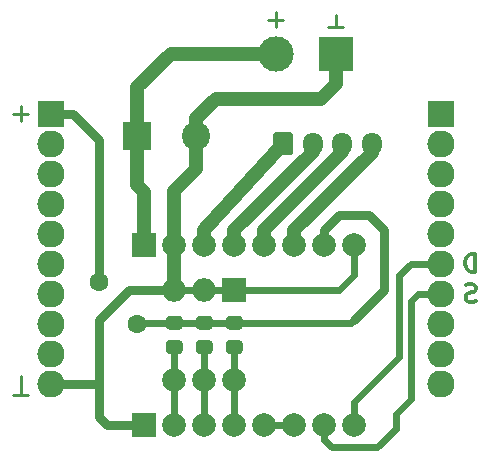
<source format=gbr>
G04 #@! TF.GenerationSoftware,KiCad,Pcbnew,(5.1.8)-1*
G04 #@! TF.CreationDate,2020-11-28T14:58:21+03:00*
G04 #@! TF.ProjectId,A4988,41343938-382e-46b6-9963-61645f706362,rev?*
G04 #@! TF.SameCoordinates,Original*
G04 #@! TF.FileFunction,Copper,L2,Bot*
G04 #@! TF.FilePolarity,Positive*
%FSLAX46Y46*%
G04 Gerber Fmt 4.6, Leading zero omitted, Abs format (unit mm)*
G04 Created by KiCad (PCBNEW (5.1.8)-1) date 2020-11-28 14:58:21*
%MOMM*%
%LPD*%
G01*
G04 APERTURE LIST*
G04 #@! TA.AperFunction,NonConductor*
%ADD10C,0.300000*%
G04 #@! TD*
G04 #@! TA.AperFunction,ComponentPad*
%ADD11R,2.300000X2.300000*%
G04 #@! TD*
G04 #@! TA.AperFunction,ComponentPad*
%ADD12O,2.300000X2.300000*%
G04 #@! TD*
G04 #@! TA.AperFunction,ComponentPad*
%ADD13R,2.400000X2.400000*%
G04 #@! TD*
G04 #@! TA.AperFunction,ComponentPad*
%ADD14C,2.400000*%
G04 #@! TD*
G04 #@! TA.AperFunction,ComponentPad*
%ADD15R,2.000000X2.000000*%
G04 #@! TD*
G04 #@! TA.AperFunction,ComponentPad*
%ADD16C,2.000000*%
G04 #@! TD*
G04 #@! TA.AperFunction,ComponentPad*
%ADD17O,1.700000X1.950000*%
G04 #@! TD*
G04 #@! TA.AperFunction,ComponentPad*
%ADD18O,2.000000X2.000000*%
G04 #@! TD*
G04 #@! TA.AperFunction,ComponentPad*
%ADD19R,3.000000X3.000000*%
G04 #@! TD*
G04 #@! TA.AperFunction,ComponentPad*
%ADD20C,3.000000*%
G04 #@! TD*
G04 #@! TA.AperFunction,ViaPad*
%ADD21C,1.600000*%
G04 #@! TD*
G04 #@! TA.AperFunction,Conductor*
%ADD22C,0.250000*%
G04 #@! TD*
G04 #@! TA.AperFunction,Conductor*
%ADD23C,0.600000*%
G04 #@! TD*
G04 #@! TA.AperFunction,Conductor*
%ADD24C,0.800000*%
G04 #@! TD*
G04 #@! TA.AperFunction,Conductor*
%ADD25C,1.200000*%
G04 #@! TD*
G04 APERTURE END LIST*
D10*
X128698571Y-75537142D02*
X128484285Y-75608571D01*
X128127142Y-75608571D01*
X127984285Y-75537142D01*
X127912857Y-75465714D01*
X127841428Y-75322857D01*
X127841428Y-75180000D01*
X127912857Y-75037142D01*
X127984285Y-74965714D01*
X128127142Y-74894285D01*
X128412857Y-74822857D01*
X128555714Y-74751428D01*
X128627142Y-74680000D01*
X128698571Y-74537142D01*
X128698571Y-74394285D01*
X128627142Y-74251428D01*
X128555714Y-74180000D01*
X128412857Y-74108571D01*
X128055714Y-74108571D01*
X127841428Y-74180000D01*
X128662857Y-73068571D02*
X128662857Y-71568571D01*
X128305714Y-71568571D01*
X128091428Y-71640000D01*
X127948571Y-71782857D01*
X127877142Y-71925714D01*
X127805714Y-72211428D01*
X127805714Y-72425714D01*
X127877142Y-72711428D01*
X127948571Y-72854285D01*
X128091428Y-72997142D01*
X128305714Y-73068571D01*
X128662857Y-73068571D01*
D11*
X92710000Y-59690000D03*
D12*
X92710000Y-62230000D03*
X92710000Y-64770000D03*
X92710000Y-67310000D03*
X92710000Y-69850000D03*
X92710000Y-72390000D03*
X92710000Y-74930000D03*
X92710000Y-77470000D03*
X92710000Y-80010000D03*
X92710000Y-82550000D03*
X125730000Y-82550000D03*
X125730000Y-80010000D03*
X125730000Y-77470000D03*
X125730000Y-74930000D03*
X125730000Y-72390000D03*
X125730000Y-69850000D03*
X125730000Y-67310000D03*
X125730000Y-64770000D03*
X125730000Y-62230000D03*
D11*
X125730000Y-59690000D03*
D13*
X100012500Y-61595000D03*
D14*
X105012500Y-61595000D03*
D15*
X100647500Y-86042500D03*
D16*
X103187500Y-86042500D03*
X105727500Y-86042500D03*
X108267500Y-86042500D03*
X110807500Y-86042500D03*
X113347500Y-86042500D03*
X115887500Y-86042500D03*
X118427500Y-86042500D03*
X118427500Y-70802500D03*
X115887500Y-70802500D03*
X113347500Y-70802500D03*
X110807500Y-70802500D03*
X108267500Y-70802500D03*
X105727500Y-70802500D03*
X103187500Y-70802500D03*
D15*
X100647500Y-70802500D03*
G04 #@! TA.AperFunction,ComponentPad*
G36*
G01*
X111545000Y-62955000D02*
X111545000Y-61505000D01*
G75*
G02*
X111795000Y-61255000I250000J0D01*
G01*
X112995000Y-61255000D01*
G75*
G02*
X113245000Y-61505000I0J-250000D01*
G01*
X113245000Y-62955000D01*
G75*
G02*
X112995000Y-63205000I-250000J0D01*
G01*
X111795000Y-63205000D01*
G75*
G02*
X111545000Y-62955000I0J250000D01*
G01*
G37*
G04 #@! TD.AperFunction*
D17*
X114895000Y-62230000D03*
X117395000Y-62230000D03*
X119895000Y-62230000D03*
G04 #@! TA.AperFunction,SMDPad,CuDef*
G36*
G01*
X102737499Y-76822500D02*
X103637501Y-76822500D01*
G75*
G02*
X103887500Y-77072499I0J-249999D01*
G01*
X103887500Y-77722501D01*
G75*
G02*
X103637501Y-77972500I-249999J0D01*
G01*
X102737499Y-77972500D01*
G75*
G02*
X102487500Y-77722501I0J249999D01*
G01*
X102487500Y-77072499D01*
G75*
G02*
X102737499Y-76822500I249999J0D01*
G01*
G37*
G04 #@! TD.AperFunction*
G04 #@! TA.AperFunction,SMDPad,CuDef*
G36*
G01*
X102737499Y-78872500D02*
X103637501Y-78872500D01*
G75*
G02*
X103887500Y-79122499I0J-249999D01*
G01*
X103887500Y-79772501D01*
G75*
G02*
X103637501Y-80022500I-249999J0D01*
G01*
X102737499Y-80022500D01*
G75*
G02*
X102487500Y-79772501I0J249999D01*
G01*
X102487500Y-79122499D01*
G75*
G02*
X102737499Y-78872500I249999J0D01*
G01*
G37*
G04 #@! TD.AperFunction*
G04 #@! TA.AperFunction,SMDPad,CuDef*
G36*
G01*
X105277499Y-78872500D02*
X106177501Y-78872500D01*
G75*
G02*
X106427500Y-79122499I0J-249999D01*
G01*
X106427500Y-79772501D01*
G75*
G02*
X106177501Y-80022500I-249999J0D01*
G01*
X105277499Y-80022500D01*
G75*
G02*
X105027500Y-79772501I0J249999D01*
G01*
X105027500Y-79122499D01*
G75*
G02*
X105277499Y-78872500I249999J0D01*
G01*
G37*
G04 #@! TD.AperFunction*
G04 #@! TA.AperFunction,SMDPad,CuDef*
G36*
G01*
X105277499Y-76822500D02*
X106177501Y-76822500D01*
G75*
G02*
X106427500Y-77072499I0J-249999D01*
G01*
X106427500Y-77722501D01*
G75*
G02*
X106177501Y-77972500I-249999J0D01*
G01*
X105277499Y-77972500D01*
G75*
G02*
X105027500Y-77722501I0J249999D01*
G01*
X105027500Y-77072499D01*
G75*
G02*
X105277499Y-76822500I249999J0D01*
G01*
G37*
G04 #@! TD.AperFunction*
G04 #@! TA.AperFunction,SMDPad,CuDef*
G36*
G01*
X107817499Y-76822500D02*
X108717501Y-76822500D01*
G75*
G02*
X108967500Y-77072499I0J-249999D01*
G01*
X108967500Y-77722501D01*
G75*
G02*
X108717501Y-77972500I-249999J0D01*
G01*
X107817499Y-77972500D01*
G75*
G02*
X107567500Y-77722501I0J249999D01*
G01*
X107567500Y-77072499D01*
G75*
G02*
X107817499Y-76822500I249999J0D01*
G01*
G37*
G04 #@! TD.AperFunction*
G04 #@! TA.AperFunction,SMDPad,CuDef*
G36*
G01*
X107817499Y-78872500D02*
X108717501Y-78872500D01*
G75*
G02*
X108967500Y-79122499I0J-249999D01*
G01*
X108967500Y-79772501D01*
G75*
G02*
X108717501Y-80022500I-249999J0D01*
G01*
X107817499Y-80022500D01*
G75*
G02*
X107567500Y-79772501I0J249999D01*
G01*
X107567500Y-79122499D01*
G75*
G02*
X107817499Y-78872500I249999J0D01*
G01*
G37*
G04 #@! TD.AperFunction*
D15*
X108267500Y-74612500D03*
D16*
X103187500Y-82232500D03*
D18*
X105727500Y-74612500D03*
D16*
X105727500Y-82232500D03*
D18*
X103187500Y-74612500D03*
D16*
X108267500Y-82232500D03*
D19*
X116840000Y-54610000D03*
D20*
X111760000Y-54610000D03*
D21*
X100012500Y-77470000D03*
X96837500Y-73977500D03*
D22*
X90170000Y-81915000D02*
X90170000Y-83502500D01*
X89535000Y-83502500D02*
X90805000Y-83502500D01*
X90805000Y-59690000D02*
X89535000Y-59690000D01*
X90170000Y-59055000D02*
X90170000Y-60325000D01*
X117475000Y-52324000D02*
X116205000Y-52324000D01*
X116840000Y-52324000D02*
X116840000Y-51371500D01*
X111125000Y-51752500D02*
X112395000Y-51752500D01*
X111760000Y-51117500D02*
X111760000Y-52387500D01*
D23*
X103187500Y-77397500D02*
X108267500Y-77397500D01*
D24*
X115887500Y-70802500D02*
X115887500Y-69532500D01*
X115887500Y-69532500D02*
X117157500Y-68262500D01*
X117157500Y-68262500D02*
X119697500Y-68262500D01*
X119697500Y-68262500D02*
X120967500Y-69532500D01*
X120967500Y-69532500D02*
X120967500Y-74612500D01*
X120967500Y-74612500D02*
X118427500Y-77152500D01*
D23*
X118182500Y-77397500D02*
X118427500Y-77152500D01*
X108267500Y-77397500D02*
X118182500Y-77397500D01*
X100085000Y-77397500D02*
X100012500Y-77470000D01*
X103187500Y-77397500D02*
X100085000Y-77397500D01*
D24*
X94615000Y-59690000D02*
X92710000Y-59690000D01*
X96837500Y-61912500D02*
X94615000Y-59690000D01*
X96837500Y-73977500D02*
X96837500Y-61912500D01*
D23*
X108267500Y-74612500D02*
X103187500Y-74612500D01*
D25*
X103187500Y-70802500D02*
X103187500Y-74612500D01*
D23*
X108267500Y-74612500D02*
X117157500Y-74612500D01*
X117157500Y-74612500D02*
X118427500Y-73342500D01*
X118427500Y-73342500D02*
X118427500Y-70802500D01*
D24*
X103187500Y-74612500D02*
X100647500Y-74612500D01*
D25*
X105012500Y-64372500D02*
X105012500Y-61912500D01*
X103187500Y-66197500D02*
X105012500Y-64372500D01*
X103187500Y-70802500D02*
X103187500Y-66197500D01*
D24*
X100647500Y-86042500D02*
X97472500Y-86042500D01*
X96520000Y-82550000D02*
X92710000Y-82550000D01*
X97472500Y-86042500D02*
X96837500Y-85407500D01*
X96837500Y-85407500D02*
X96837500Y-77152500D01*
X99377500Y-74612500D02*
X100647500Y-74612500D01*
X96837500Y-77152500D02*
X99377500Y-74612500D01*
D25*
X116840000Y-54610000D02*
X116840000Y-57150000D01*
X116840000Y-57150000D02*
X115570000Y-58420000D01*
X115570000Y-58420000D02*
X106680000Y-58420000D01*
X105012500Y-60087500D02*
X105012500Y-61595000D01*
X106680000Y-58420000D02*
X105012500Y-60087500D01*
D23*
X124460000Y-74930000D02*
X125730000Y-74930000D01*
X123825000Y-74930000D02*
X124460000Y-74930000D01*
X123190000Y-75565000D02*
X123825000Y-74930000D01*
X123190000Y-83820000D02*
X123190000Y-75565000D01*
X121920000Y-85090000D02*
X123190000Y-83820000D01*
X121920000Y-86360000D02*
X121920000Y-85090000D01*
X120332500Y-87947500D02*
X121920000Y-86360000D01*
X116522500Y-87947500D02*
X120332500Y-87947500D01*
X115887500Y-87312500D02*
X116522500Y-87947500D01*
X115887500Y-86042500D02*
X115887500Y-87312500D01*
X118427500Y-84137500D02*
X118427500Y-86042500D01*
X122237500Y-80327500D02*
X118427500Y-84137500D01*
X122237500Y-73342500D02*
X122237500Y-80327500D01*
X123190000Y-72390000D02*
X122237500Y-73342500D01*
X125730000Y-72390000D02*
X123190000Y-72390000D01*
D25*
X100647500Y-66357500D02*
X100647500Y-70802500D01*
X100012500Y-65722500D02*
X100647500Y-66357500D01*
X100012500Y-61912500D02*
X100012500Y-65722500D01*
X111760000Y-54610000D02*
X102870000Y-54610000D01*
X100012500Y-57467500D02*
X100012500Y-61595000D01*
X102870000Y-54610000D02*
X100012500Y-57467500D01*
D23*
X103187500Y-86042500D02*
X103187500Y-82232500D01*
X103187500Y-82232500D02*
X103187500Y-79447500D01*
X105727500Y-86042500D02*
X105727500Y-79447500D01*
X110807500Y-86042500D02*
X113347500Y-86042500D01*
D25*
X119895000Y-62985000D02*
X119895000Y-62230000D01*
X113347500Y-69532500D02*
X119895000Y-62985000D01*
X113347500Y-70802500D02*
X113347500Y-69532500D01*
X117395000Y-62945000D02*
X117395000Y-62230000D01*
X110807500Y-69532500D02*
X117395000Y-62945000D01*
X110807500Y-70802500D02*
X110807500Y-69532500D01*
X114895000Y-62905000D02*
X114895000Y-62230000D01*
X108267500Y-69532500D02*
X114895000Y-62905000D01*
X108267500Y-70802500D02*
X108267500Y-69532500D01*
X105727500Y-69532500D02*
X112395000Y-62230000D01*
X105727500Y-70802500D02*
X105727500Y-69532500D01*
D23*
X108267500Y-86042500D02*
X108267500Y-79447500D01*
M02*

</source>
